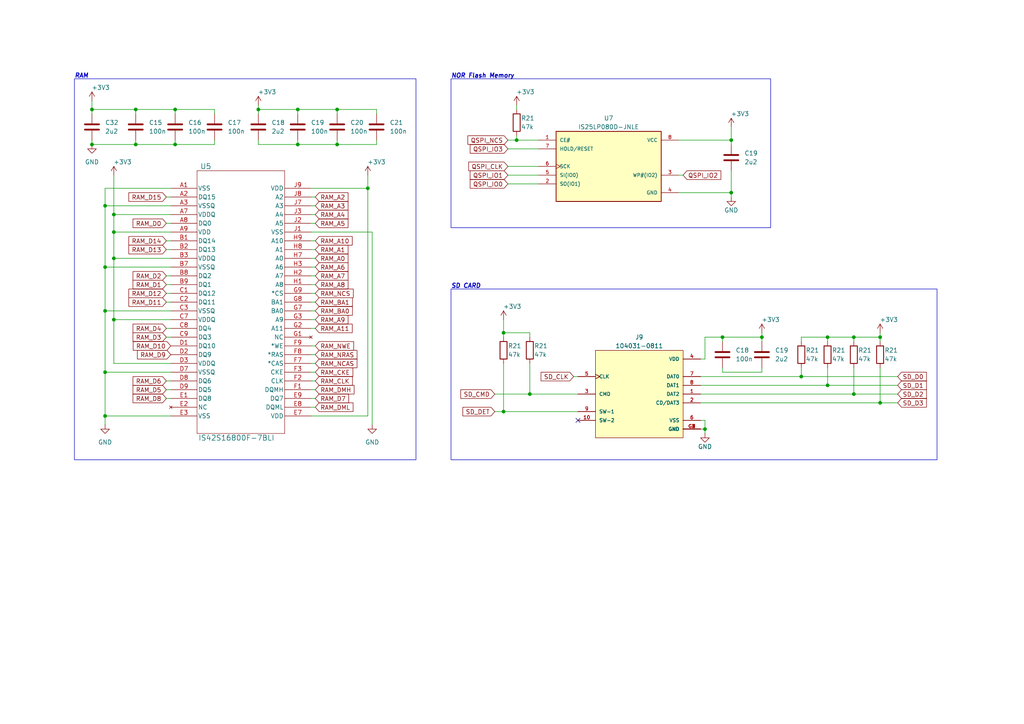
<source format=kicad_sch>
(kicad_sch (version 20230121) (generator eeschema)
  (paper "A4")
  (lib_symbols
    (symbol "Device:C" (pin_numbers hide) (pin_names (offset 0.254))
      (property "Reference" "C" (at 0.635 2.54 0))
      (property "Value" "C" (at 0.635 -2.54 0))
      (symbol "C_0_1"
        (polyline (pts (xy -2.032 -0.762) (xy 2.032 -0.762)) (stroke (width 0.508)))
        (polyline (pts (xy -2.032 0.762) (xy 2.032 0.762)) (stroke (width 0.508)))
      )
      (symbol "C_1_1"
        (pin passive line (at 0 3.81 270) (length 2.794) (name "~") (number "1"))
        (pin passive line (at 0 -3.81 90) (length 2.794) (name "~") (number "2"))
      )
    )
    (symbol "Device:R" (pin_numbers hide) (pin_names (offset 0))
      (property "Reference" "R" (at 2.032 0 90))
      (property "Value" "R" (at 0 0 90))
      (symbol "R_0_1"
        (rectangle (start -1.016 -2.54) (end 1.016 2.54) (stroke (width 0.254)))
      )
      (symbol "R_1_1"
        (pin passive line (at 0 3.81 270) (length 1.27) (name "~") (number "1"))
        (pin passive line (at 0 -3.81 90) (length 1.27) (name "~") (number "2"))
      )
    )
    (symbol "IS25LP080D-JNLE:IS25LP080D-JNLE" (pin_names (offset 1.016))
      (property "Reference" "U" (at -15.2683 10.4334 0))
      (property "Value" "IS25LP080D-JNLE" (at -15.2627 -13.1005 0))
      (symbol "IS25LP080D-JNLE_0_0"
        (rectangle (start -15.24 -10.16) (end 15.24 10.16) (stroke (width 0.254)) (fill (type background)))
        (pin input line (at -20.32 7.62 0) (length 5.08) (name "CE#") (number "1"))
        (pin output line (at -20.32 -5.08 0) (length 5.08) (name "SO(IO1)") (number "2"))
        (pin bidirectional line (at 20.32 -2.54 180) (length 5.08) (name "WP#(IO2)") (number "3"))
        (pin power_in line (at 20.32 -7.62 180) (length 5.08) (name "GND") (number "4"))
        (pin input line (at -20.32 -2.54 0) (length 5.08) (name "SI(IO0)") (number "5"))
        (pin input clock (at -20.32 0 0) (length 5.08) (name "SCK") (number "6"))
        (pin input line (at -20.32 5.08 0) (length 5.08) (name "HOLD/RESET") (number "7"))
        (pin power_in line (at 20.32 7.62 180) (length 5.08) (name "VCC") (number "8"))
      )
    )
    (symbol "IS42S16800F-7BLI:IS42S16800F-7BLI" (pin_names (offset 0.254))
      (property "Reference" "U" (at 20.32 10.16 0))
      (property "Value" "IS42S16800F-7BLI" (at 20.32 7.62 0))
      (symbol "IS42S16800F-7BLI_0_1"
        (polyline (pts (xy 7.62 -71.12) (xy 33.02 -71.12)) (stroke (width 0.127)))
        (polyline (pts (xy 7.62 5.08) (xy 7.62 -71.12)) (stroke (width 0.127)))
        (polyline (pts (xy 33.02 -71.12) (xy 33.02 5.08)) (stroke (width 0.127)))
        (polyline (pts (xy 33.02 5.08) (xy 7.62 5.08)) (stroke (width 0.127)))
        (pin power_out line (at 0 0 0) (length 7.62) (name "VSS") (number "A1"))
        (pin bidirectional line (at 0 -2.54 0) (length 7.62) (name "DQ15") (number "A2"))
        (pin power_out line (at 0 -5.08 0) (length 7.62) (name "VSSQ") (number "A3"))
        (pin power_in line (at 0 -7.62 0) (length 7.62) (name "VDDQ") (number "A7"))
        (pin bidirectional line (at 0 -10.16 0) (length 7.62) (name "DQ0") (number "A8"))
        (pin power_in line (at 0 -12.7 0) (length 7.62) (name "VDD") (number "A9"))
        (pin bidirectional line (at 0 -15.24 0) (length 7.62) (name "DQ14") (number "B1"))
        (pin bidirectional line (at 0 -17.78 0) (length 7.62) (name "DQ13") (number "B2"))
        (pin power_in line (at 0 -20.32 0) (length 7.62) (name "VDDQ") (number "B3"))
        (pin power_out line (at 0 -22.86 0) (length 7.62) (name "VSSQ") (number "B7"))
        (pin bidirectional line (at 0 -25.4 0) (length 7.62) (name "DQ2") (number "B8"))
        (pin bidirectional line (at 0 -27.94 0) (length 7.62) (name "DQ1") (number "B9"))
        (pin bidirectional line (at 0 -30.48 0) (length 7.62) (name "DQ12") (number "C1"))
        (pin bidirectional line (at 0 -33.02 0) (length 7.62) (name "DQ11") (number "C2"))
        (pin power_out line (at 0 -35.56 0) (length 7.62) (name "VSSQ") (number "C3"))
        (pin power_in line (at 0 -38.1 0) (length 7.62) (name "VDDQ") (number "C7"))
        (pin bidirectional line (at 0 -40.64 0) (length 7.62) (name "DQ4") (number "C8"))
        (pin bidirectional line (at 0 -43.18 0) (length 7.62) (name "DQ3") (number "C9"))
        (pin bidirectional line (at 0 -45.72 0) (length 7.62) (name "DQ10") (number "D1"))
        (pin bidirectional line (at 0 -48.26 0) (length 7.62) (name "DQ9") (number "D2"))
        (pin power_in line (at 0 -50.8 0) (length 7.62) (name "VDDQ") (number "D3"))
        (pin power_out line (at 0 -53.34 0) (length 7.62) (name "VSSQ") (number "D7"))
        (pin bidirectional line (at 0 -55.88 0) (length 7.62) (name "DQ6") (number "D8"))
        (pin bidirectional line (at 0 -58.42 0) (length 7.62) (name "DQ5") (number "D9"))
        (pin bidirectional line (at 0 -60.96 0) (length 7.62) (name "DQ8") (number "E1"))
        (pin no_connect line (at 0 -63.5 0) (length 7.62) (name "NC") (number "E2"))
        (pin power_out line (at 0 -66.04 0) (length 7.62) (name "VSS") (number "E3"))
        (pin power_in line (at 40.64 -66.04 180) (length 7.62) (name "VDD") (number "E7"))
        (pin input line (at 40.64 -63.5 180) (length 7.62) (name "DQML") (number "E8"))
        (pin bidirectional line (at 40.64 -60.96 180) (length 7.62) (name "DQ7") (number "E9"))
        (pin input line (at 40.64 -58.42 180) (length 7.62) (name "DQMH") (number "F1"))
        (pin input line (at 40.64 -55.88 180) (length 7.62) (name "CLK") (number "F2"))
        (pin input line (at 40.64 -53.34 180) (length 7.62) (name "CKE") (number "F3"))
        (pin input line (at 40.64 -50.8 180) (length 7.62) (name "*CAS") (number "F7"))
        (pin input line (at 40.64 -48.26 180) (length 7.62) (name "*RAS") (number "F8"))
        (pin input line (at 40.64 -45.72 180) (length 7.62) (name "*WE") (number "F9"))
        (pin no_connect line (at 40.64 -43.18 180) (length 7.62) (name "NC") (number "G1"))
        (pin input line (at 40.64 -40.64 180) (length 7.62) (name "A11") (number "G2"))
        (pin input line (at 40.64 -38.1 180) (length 7.62) (name "A9") (number "G3"))
        (pin input line (at 40.64 -35.56 180) (length 7.62) (name "BA0") (number "G7"))
        (pin input line (at 40.64 -33.02 180) (length 7.62) (name "BA1") (number "G8"))
        (pin input line (at 40.64 -30.48 180) (length 7.62) (name "*CS") (number "G9"))
        (pin input line (at 40.64 -27.94 180) (length 7.62) (name "A8") (number "H1"))
        (pin input line (at 40.64 -25.4 180) (length 7.62) (name "A7") (number "H2"))
        (pin input line (at 40.64 -22.86 180) (length 7.62) (name "A6") (number "H3"))
        (pin input line (at 40.64 -20.32 180) (length 7.62) (name "A0") (number "H7"))
        (pin input line (at 40.64 -17.78 180) (length 7.62) (name "A1") (number "H8"))
        (pin input line (at 40.64 -15.24 180) (length 7.62) (name "A10") (number "H9"))
        (pin power_out line (at 40.64 -12.7 180) (length 7.62) (name "VSS") (number "J1"))
        (pin input line (at 40.64 -10.16 180) (length 7.62) (name "A5") (number "J2"))
        (pin input line (at 40.64 -7.62 180) (length 7.62) (name "A4") (number "J3"))
        (pin input line (at 40.64 -5.08 180) (length 7.62) (name "A3") (number "J7"))
        (pin input line (at 40.64 -2.54 180) (length 7.62) (name "A2") (number "J8"))
        (pin power_in line (at 40.64 0 180) (length 7.62) (name "VDD") (number "J9"))
      )
    )
    (symbol "MOLEX_104031-0811:104031-0811" (pin_names (offset 1.016))
      (property "Reference" "J" (at -12.7 13.462 0))
      (property "Value" "104031-0811" (at -12.7 -15.24 0))
      (symbol "104031-0811_0_0"
        (rectangle (start -12.7 -12.7) (end 12.7 12.7) (stroke (width 0.1524)) (fill (type background)))
        (pin bidirectional line (at 17.78 0 180) (length 5.08) (name "DAT2") (number "1"))
        (pin passive line (at -17.78 -7.62 0) (length 5.08) (name "SW-2") (number "10"))
        (pin bidirectional line (at 17.78 -2.54 180) (length 5.08) (name "CD/DAT3") (number "2"))
        (pin bidirectional line (at -17.78 0 0) (length 5.08) (name "CMD") (number "3"))
        (pin power_in line (at 17.78 10.16 180) (length 5.08) (name "VDD") (number "4"))
        (pin input clock (at -17.78 5.08 0) (length 5.08) (name "CLK") (number "5"))
        (pin power_in line (at 17.78 -7.62 180) (length 5.08) (name "VSS") (number "6"))
        (pin bidirectional line (at 17.78 5.08 180) (length 5.08) (name "DAT0") (number "7"))
        (pin bidirectional line (at 17.78 2.54 180) (length 5.08) (name "DAT1") (number "8"))
        (pin passive line (at -17.78 -5.08 0) (length 5.08) (name "SW-1") (number "9"))
        (pin power_in line (at 17.78 -10.16 180) (length 5.08) (name "GND") (number "G1"))
        (pin power_in line (at 17.78 -10.16 180) (length 5.08) (name "GND") (number "G2"))
        (pin power_in line (at 17.78 -10.16 180) (length 5.08) (name "GND") (number "G3"))
        (pin power_in line (at 17.78 -10.16 180) (length 5.08) (name "GND") (number "G4"))
      )
    )
    (symbol "power:+3V3" (power) (pin_names (offset 0))
      (property "Value" "+3V3" (at 0 3.556 0))
      (symbol "+3V3_0_1"
        (polyline (pts (xy -0.762 1.27) (xy 0 2.54)))
        (polyline (pts (xy 0 0) (xy 0 2.54)))
        (polyline (pts (xy 0 2.54) (xy 0.762 1.27)))
      )
      (symbol "+3V3_1_1"
        (pin power_in line (at 0 0 90) (length 0) hide (name "+3V3") (number "1"))
      )
    )
    (symbol "power:GND" (power) (pin_names (offset 0))
      (property "Value" "GND" (at 0 -3.81 0))
      (symbol "GND_0_1"
        (polyline (pts (xy 0 0) (xy 0 -1.27) (xy 1.27 -1.27) (xy 0 -2.54) (xy -1.27 -1.27) (xy 0 -1.27)))
      )
      (symbol "GND_1_1"
        (pin power_in line (at 0 0 270) (length 0) hide (name "GND") (number "1"))
      )
    )
  )
  (junction (at 255.27 116.84))
  (junction (at 26.67 31.75))
  (junction (at 240.03 111.76))
  (junction (at 30.48 90.17))
  (junction (at 86.36 41.91))
  (junction (at 50.8 31.75))
  (junction (at 146.05 96.52))
  (junction (at 33.02 67.31))
  (junction (at 30.48 107.95))
  (junction (at 209.55 97.79))
  (junction (at 255.27 97.79))
  (junction (at 153.67 114.3))
  (junction (at 86.36 31.75))
  (junction (at 149.86 40.64))
  (junction (at 106.68 54.61))
  (junction (at 30.48 59.69))
  (junction (at 247.65 114.3))
  (junction (at 97.79 41.91))
  (junction (at 33.02 92.71))
  (junction (at 212.09 40.64))
  (junction (at 39.37 41.91))
  (junction (at 212.09 55.88))
  (junction (at 26.67 41.91))
  (junction (at 232.41 109.22))
  (junction (at 30.48 77.47))
  (junction (at 74.93 31.75))
  (junction (at 39.37 31.75))
  (junction (at 146.05 119.38))
  (junction (at 204.47 124.46))
  (junction (at 247.65 97.79))
  (junction (at 220.98 97.79))
  (junction (at 33.02 62.23))
  (junction (at 30.48 120.65))
  (junction (at 50.8 41.91))
  (junction (at 33.02 74.93))
  (junction (at 240.03 97.79))
  (junction (at 97.79 31.75))
  (no_connect (at 167.64 121.92))
  (wire (pts (xy 48.26 115.57) (xy 49.53 115.57)))
  (wire (pts (xy 91.44 74.93) (xy 90.17 74.93)))
  (wire (pts (xy 204.47 104.14) (xy 204.47 97.79)))
  (wire (pts (xy 91.44 77.47) (xy 90.17 77.47)))
  (wire (pts (xy 48.26 97.79) (xy 49.53 97.79)))
  (wire (pts (xy 97.79 41.91) (xy 109.22 41.91)))
  (wire (pts (xy 39.37 40.64) (xy 39.37 41.91)))
  (wire (pts (xy 91.44 92.71) (xy 90.17 92.71)))
  (wire (pts (xy 203.2 104.14) (xy 204.47 104.14)))
  (wire (pts (xy 91.44 57.15) (xy 90.17 57.15)))
  (wire (pts (xy 220.98 96.52) (xy 220.98 97.79)))
  (wire (pts (xy 209.55 97.79) (xy 220.98 97.79)))
  (wire (pts (xy 33.02 105.41) (xy 33.02 92.71)))
  (wire (pts (xy 204.47 121.92) (xy 204.47 124.46)))
  (wire (pts (xy 91.44 87.63) (xy 90.17 87.63)))
  (wire (pts (xy 91.44 69.85) (xy 90.17 69.85)))
  (wire (pts (xy 240.03 97.79) (xy 240.03 99.06)))
  (wire (pts (xy 30.48 59.69) (xy 49.53 59.69)))
  (wire (pts (xy 143.51 119.38) (xy 146.05 119.38)))
  (wire (pts (xy 91.44 113.03) (xy 90.17 113.03)))
  (wire (pts (xy 220.98 106.68) (xy 220.98 107.95)))
  (wire (pts (xy 48.26 80.01) (xy 49.53 80.01)))
  (wire (pts (xy 153.67 97.79) (xy 153.67 96.52)))
  (wire (pts (xy 48.26 69.85) (xy 49.53 69.85)))
  (wire (pts (xy 212.09 36.83) (xy 212.09 40.64)))
  (wire (pts (xy 86.36 31.75) (xy 86.36 33.02)))
  (wire (pts (xy 74.93 31.75) (xy 74.93 33.02)))
  (wire (pts (xy 30.48 90.17) (xy 30.48 107.95)))
  (wire (pts (xy 74.93 30.48) (xy 74.93 31.75)))
  (wire (pts (xy 255.27 97.79) (xy 255.27 99.06)))
  (wire (pts (xy 91.44 80.01) (xy 90.17 80.01)))
  (wire (pts (xy 247.65 97.79) (xy 255.27 97.79)))
  (wire (pts (xy 149.86 30.48) (xy 149.86 31.75)))
  (wire (pts (xy 149.86 40.64) (xy 156.21 40.64)))
  (wire (pts (xy 247.65 114.3) (xy 203.2 114.3)))
  (wire (pts (xy 240.03 106.68) (xy 240.03 111.76)))
  (wire (pts (xy 33.02 67.31) (xy 49.53 67.31)))
  (wire (pts (xy 48.26 85.09) (xy 49.53 85.09)))
  (wire (pts (xy 109.22 31.75) (xy 109.22 33.02)))
  (wire (pts (xy 260.35 116.84) (xy 255.27 116.84)))
  (wire (pts (xy 220.98 97.79) (xy 220.98 99.06)))
  (wire (pts (xy 209.55 97.79) (xy 209.55 99.06)))
  (wire (pts (xy 247.65 97.79) (xy 247.65 99.06)))
  (wire (pts (xy 49.53 90.17) (xy 30.48 90.17)))
  (wire (pts (xy 97.79 40.64) (xy 97.79 41.91)))
  (wire (pts (xy 91.44 100.33) (xy 90.17 100.33)))
  (wire (pts (xy 30.48 59.69) (xy 30.48 77.47)))
  (wire (pts (xy 91.44 118.11) (xy 90.17 118.11)))
  (wire (pts (xy 240.03 97.79) (xy 247.65 97.79)))
  (wire (pts (xy 33.02 74.93) (xy 33.02 67.31)))
  (wire (pts (xy 107.95 67.31) (xy 107.95 123.19)))
  (wire (pts (xy 153.67 105.41) (xy 153.67 114.3)))
  (wire (pts (xy 204.47 97.79) (xy 209.55 97.79)))
  (wire (pts (xy 255.27 106.68) (xy 255.27 116.84)))
  (wire (pts (xy 49.53 107.95) (xy 30.48 107.95)))
  (wire (pts (xy 212.09 57.15) (xy 212.09 55.88)))
  (wire (pts (xy 62.23 31.75) (xy 62.23 33.02)))
  (wire (pts (xy 166.37 109.22) (xy 167.64 109.22)))
  (wire (pts (xy 62.23 31.75) (xy 50.8 31.75)))
  (wire (pts (xy 91.44 85.09) (xy 90.17 85.09)))
  (wire (pts (xy 255.27 116.84) (xy 203.2 116.84)))
  (wire (pts (xy 50.8 31.75) (xy 50.8 33.02)))
  (wire (pts (xy 196.85 55.88) (xy 212.09 55.88)))
  (wire (pts (xy 91.44 64.77) (xy 90.17 64.77)))
  (wire (pts (xy 109.22 31.75) (xy 97.79 31.75)))
  (wire (pts (xy 247.65 106.68) (xy 247.65 114.3)))
  (wire (pts (xy 209.55 107.95) (xy 220.98 107.95)))
  (wire (pts (xy 86.36 31.75) (xy 74.93 31.75)))
  (wire (pts (xy 91.44 115.57) (xy 90.17 115.57)))
  (wire (pts (xy 33.02 74.93) (xy 49.53 74.93)))
  (wire (pts (xy 107.95 67.31) (xy 90.17 67.31)))
  (wire (pts (xy 109.22 40.64) (xy 109.22 41.91)))
  (wire (pts (xy 91.44 110.49) (xy 90.17 110.49)))
  (wire (pts (xy 209.55 106.68) (xy 209.55 107.95)))
  (wire (pts (xy 48.26 113.03) (xy 49.53 113.03)))
  (wire (pts (xy 147.32 50.8) (xy 156.21 50.8)))
  (wire (pts (xy 153.67 96.52) (xy 146.05 96.52)))
  (wire (pts (xy 48.26 64.77) (xy 49.53 64.77)))
  (wire (pts (xy 147.32 48.26) (xy 156.21 48.26)))
  (wire (pts (xy 91.44 82.55) (xy 90.17 82.55)))
  (wire (pts (xy 147.32 53.34) (xy 156.21 53.34)))
  (wire (pts (xy 91.44 90.17) (xy 90.17 90.17)))
  (wire (pts (xy 232.41 97.79) (xy 232.41 99.06)))
  (wire (pts (xy 48.26 82.55) (xy 49.53 82.55)))
  (wire (pts (xy 240.03 111.76) (xy 203.2 111.76)))
  (wire (pts (xy 26.67 29.21) (xy 26.67 31.75)))
  (wire (pts (xy 74.93 40.64) (xy 74.93 41.91)))
  (wire (pts (xy 97.79 31.75) (xy 97.79 33.02)))
  (wire (pts (xy 30.48 77.47) (xy 30.48 90.17)))
  (wire (pts (xy 48.26 72.39) (xy 49.53 72.39)))
  (wire (pts (xy 49.53 77.47) (xy 30.48 77.47)))
  (wire (pts (xy 48.26 110.49) (xy 49.53 110.49)))
  (wire (pts (xy 232.41 109.22) (xy 203.2 109.22)))
  (wire (pts (xy 232.41 106.68) (xy 232.41 109.22)))
  (wire (pts (xy 30.48 107.95) (xy 30.48 120.65)))
  (wire (pts (xy 26.67 41.91) (xy 39.37 41.91)))
  (wire (pts (xy 212.09 41.91) (xy 212.09 40.64)))
  (wire (pts (xy 147.32 40.64) (xy 149.86 40.64)))
  (wire (pts (xy 260.35 109.22) (xy 232.41 109.22)))
  (wire (pts (xy 260.35 114.3) (xy 247.65 114.3)))
  (wire (pts (xy 86.36 40.64) (xy 86.36 41.91)))
  (wire (pts (xy 203.2 124.46) (xy 204.47 124.46)))
  (wire (pts (xy 39.37 31.75) (xy 39.37 33.02)))
  (wire (pts (xy 62.23 40.64) (xy 62.23 41.91)))
  (wire (pts (xy 33.02 92.71) (xy 33.02 74.93)))
  (wire (pts (xy 49.53 105.41) (xy 33.02 105.41)))
  (wire (pts (xy 50.8 40.64) (xy 50.8 41.91)))
  (wire (pts (xy 90.17 120.65) (xy 106.68 120.65)))
  (wire (pts (xy 91.44 72.39) (xy 90.17 72.39)))
  (wire (pts (xy 146.05 92.71) (xy 146.05 96.52)))
  (wire (pts (xy 30.48 120.65) (xy 30.48 123.19)))
  (wire (pts (xy 48.26 87.63) (xy 49.53 87.63)))
  (wire (pts (xy 146.05 96.52) (xy 146.05 97.79)))
  (wire (pts (xy 39.37 41.91) (xy 50.8 41.91)))
  (wire (pts (xy 204.47 124.46) (xy 204.47 125.73)))
  (wire (pts (xy 255.27 96.52) (xy 255.27 97.79)))
  (wire (pts (xy 91.44 95.25) (xy 90.17 95.25)))
  (wire (pts (xy 91.44 105.41) (xy 90.17 105.41)))
  (wire (pts (xy 33.02 62.23) (xy 49.53 62.23)))
  (wire (pts (xy 203.2 121.92) (xy 204.47 121.92)))
  (wire (pts (xy 91.44 107.95) (xy 90.17 107.95)))
  (wire (pts (xy 33.02 62.23) (xy 33.02 50.8)))
  (wire (pts (xy 49.53 54.61) (xy 30.48 54.61)))
  (wire (pts (xy 48.26 95.25) (xy 49.53 95.25)))
  (wire (pts (xy 196.85 40.64) (xy 212.09 40.64)))
  (wire (pts (xy 91.44 59.69) (xy 90.17 59.69)))
  (wire (pts (xy 30.48 54.61) (xy 30.48 59.69)))
  (wire (pts (xy 149.86 39.37) (xy 149.86 40.64)))
  (wire (pts (xy 153.67 114.3) (xy 167.64 114.3)))
  (wire (pts (xy 146.05 119.38) (xy 167.64 119.38)))
  (wire (pts (xy 106.68 120.65) (xy 106.68 54.61)))
  (wire (pts (xy 33.02 67.31) (xy 33.02 62.23)))
  (wire (pts (xy 91.44 102.87) (xy 90.17 102.87)))
  (wire (pts (xy 39.37 31.75) (xy 26.67 31.75)))
  (wire (pts (xy 97.79 31.75) (xy 86.36 31.75)))
  (wire (pts (xy 91.44 62.23) (xy 90.17 62.23)))
  (wire (pts (xy 198.12 50.8) (xy 196.85 50.8)))
  (wire (pts (xy 26.67 31.75) (xy 26.67 33.02)))
  (wire (pts (xy 74.93 41.91) (xy 86.36 41.91)))
  (wire (pts (xy 146.05 105.41) (xy 146.05 119.38)))
  (wire (pts (xy 147.32 43.18) (xy 156.21 43.18)))
  (wire (pts (xy 106.68 50.8) (xy 106.68 54.61)))
  (wire (pts (xy 50.8 31.75) (xy 39.37 31.75)))
  (wire (pts (xy 260.35 111.76) (xy 240.03 111.76)))
  (wire (pts (xy 33.02 92.71) (xy 49.53 92.71)))
  (wire (pts (xy 50.8 41.91) (xy 62.23 41.91)))
  (wire (pts (xy 30.48 120.65) (xy 49.53 120.65)))
  (wire (pts (xy 232.41 97.79) (xy 240.03 97.79)))
  (wire (pts (xy 212.09 55.88) (xy 212.09 49.53)))
  (wire (pts (xy 106.68 54.61) (xy 90.17 54.61)))
  (wire (pts (xy 86.36 41.91) (xy 97.79 41.91)))
  (wire (pts (xy 143.51 114.3) (xy 153.67 114.3)))
  (wire (pts (xy 26.67 40.64) (xy 26.67 41.91)))
  (wire (pts (xy 48.26 57.15) (xy 49.53 57.15)))
  (rectangle (start 130.81 22.86) (end 223.52 66.04))
  (rectangle (start 130.81 83.82) (end 271.78 133.35))
  (rectangle (start 21.59 22.86) (end 120.65 133.35))
  (text "RAM" (at 21.59 22.86 0) (effects (font (size 1.27 1.27) bold italic) (justify left bottom)))
  (text "NOR Flash Memory" (at 130.81 22.86 0) (effects (font (size 1.27 1.27) bold italic) (justify left bottom)))
  (text "SD CARD" (at 130.81 83.82 0) (effects (font (size 1.27 1.27) bold italic) (justify left bottom)))
  (global_label "QSPI_CLK" (shape input) (at 147.32 48.26 180) (property "Intersheetrefs" "${INTERSHEET_REFS}" (effects hide)))
  (global_label "RAM_D4" (shape input) (at 48.26 95.25 180) (property "Intersheetrefs" "${INTERSHEET_REFS}" (effects hide)))
  (global_label "QSPI_IO1" (shape input) (at 147.32 50.8 180) (property "Intersheetrefs" "${INTERSHEET_REFS}" (effects hide)))
  (global_label "RAM_D3" (shape input) (at 48.26 97.79 180) (property "Intersheetrefs" "${INTERSHEET_REFS}" (effects hide)))
  (global_label "RAM_BA1" (shape input) (at 91.44 87.63 0) (property "Intersheetrefs" "${INTERSHEET_REFS}" (effects hide)))
  (global_label "RAM_A0" (shape input) (at 91.44 74.93 0) (property "Intersheetrefs" "${INTERSHEET_REFS}" (effects hide)))
  (global_label "QSPI_NCS" (shape input) (at 147.32 40.64 180) (property "Intersheetrefs" "${INTERSHEET_REFS}" (effects hide)))
  (global_label "SD_CLK" (shape input) (at 166.37 109.22 180) (property "Intersheetrefs" "${INTERSHEET_REFS}" (effects hide)))
  (global_label "RAM_D15" (shape input) (at 48.26 57.15 180) (property "Intersheetrefs" "${INTERSHEET_REFS}" (effects hide)))
  (global_label "RAM_D7" (shape input) (at 91.44 115.57 0) (property "Intersheetrefs" "${INTERSHEET_REFS}" (effects hide)))
  (global_label "RAM_DMH" (shape input) (at 91.44 113.03 0) (property "Intersheetrefs" "${INTERSHEET_REFS}" (effects hide)))
  (global_label "RAM_A4" (shape input) (at 91.44 62.23 0) (property "Intersheetrefs" "${INTERSHEET_REFS}" (effects hide)))
  (global_label "RAM_D14" (shape input) (at 48.26 69.85 180) (property "Intersheetrefs" "${INTERSHEET_REFS}" (effects hide)))
  (global_label "RAM_NCAS" (shape input) (at 91.44 105.41 0) (property "Intersheetrefs" "${INTERSHEET_REFS}" (effects hide)))
  (global_label "RAM_A8" (shape input) (at 91.44 82.55 0) (property "Intersheetrefs" "${INTERSHEET_REFS}" (effects hide)))
  (global_label "RAM_D6" (shape input) (at 48.26 110.49 180) (property "Intersheetrefs" "${INTERSHEET_REFS}" (effects hide)))
  (global_label "RAM_D12" (shape input) (at 48.26 85.09 180) (property "Intersheetrefs" "${INTERSHEET_REFS}" (effects hide)))
  (global_label "SD_D2" (shape input) (at 260.35 114.3 0) (property "Intersheetrefs" "${INTERSHEET_REFS}" (effects hide)))
  (global_label "SD_D1" (shape input) (at 260.35 111.76 0) (property "Intersheetrefs" "${INTERSHEET_REFS}" (effects hide)))
  (global_label "RAM_D11" (shape input) (at 48.26 87.63 180) (property "Intersheetrefs" "${INTERSHEET_REFS}" (effects hide)))
  (global_label "RAM_BA0" (shape input) (at 91.44 90.17 0) (property "Intersheetrefs" "${INTERSHEET_REFS}" (effects hide)))
  (global_label "RAM_A2" (shape input) (at 91.44 57.15 0) (property "Intersheetrefs" "${INTERSHEET_REFS}" (effects hide)))
  (global_label "RAM_A11" (shape input) (at 91.44 95.25 0) (property "Intersheetrefs" "${INTERSHEET_REFS}" (effects hide)))
  (global_label "SD_DET" (shape input) (at 143.51 119.38 180) (property "Intersheetrefs" "${INTERSHEET_REFS}" (effects hide)))
  (global_label "RAM_D2" (shape input) (at 48.26 80.01 180) (property "Intersheetrefs" "${INTERSHEET_REFS}" (effects hide)))
  (global_label "RAM_A10" (shape input) (at 91.44 69.85 0) (property "Intersheetrefs" "${INTERSHEET_REFS}" (effects hide)))
  (global_label "RAM_NRAS" (shape input) (at 91.44 102.87 0) (property "Intersheetrefs" "${INTERSHEET_REFS}" (effects hide)))
  (global_label "RAM_D13" (shape input) (at 48.26 72.39 180) (property "Intersheetrefs" "${INTERSHEET_REFS}" (effects hide)))
  (global_label "RAM_D5" (shape input) (at 48.26 113.03 180) (property "Intersheetrefs" "${INTERSHEET_REFS}" (effects hide)))
  (global_label "RAM_A6" (shape input) (at 91.44 77.47 0) (property "Intersheetrefs" "${INTERSHEET_REFS}" (effects hide)))
  (global_label "QSPI_IO2" (shape input) (at 198.12 50.8 0) (property "Intersheetrefs" "${INTERSHEET_REFS}" (effects hide)))
  (global_label "RAM_D10" (shape input) (at 49.53 100.33 180) (property "Intersheetrefs" "${INTERSHEET_REFS}" (effects hide)))
  (global_label "RAM_DML" (shape input) (at 91.44 118.11 0) (property "Intersheetrefs" "${INTERSHEET_REFS}" (effects hide)))
  (global_label "RAM_D8" (shape input) (at 48.26 115.57 180) (property "Intersheetrefs" "${INTERSHEET_REFS}" (effects hide)))
  (global_label "RAM_D1" (shape input) (at 48.26 82.55 180) (property "Intersheetrefs" "${INTERSHEET_REFS}" (effects hide)))
  (global_label "SD_D0" (shape input) (at 260.35 109.22 0) (property "Intersheetrefs" "${INTERSHEET_REFS}" (effects hide)))
  (global_label "RAM_NCS" (shape input) (at 91.44 85.09 0) (property "Intersheetrefs" "${INTERSHEET_REFS}" (effects hide)))
  (global_label "RAM_A7" (shape input) (at 91.44 80.01 0) (property "Intersheetrefs" "${INTERSHEET_REFS}" (effects hide)))
  (global_label "RAM_NWE" (shape input) (at 91.44 100.33 0) (property "Intersheetrefs" "${INTERSHEET_REFS}" (effects hide)))
  (global_label "RAM_A3" (shape input) (at 91.44 59.69 0) (property "Intersheetrefs" "${INTERSHEET_REFS}" (effects hide)))
  (global_label "SD_CMD" (shape input) (at 143.51 114.3 180) (property "Intersheetrefs" "${INTERSHEET_REFS}" (effects hide)))
  (global_label "RAM_D0" (shape input) (at 48.26 64.77 180) (property "Intersheetrefs" "${INTERSHEET_REFS}" (effects hide)))
  (global_label "RAM_A1" (shape input) (at 91.44 72.39 0) (property "Intersheetrefs" "${INTERSHEET_REFS}" (effects hide)))
  (global_label "RAM_A5" (shape input) (at 91.44 64.77 0) (property "Intersheetrefs" "${INTERSHEET_REFS}" (effects hide)))
  (global_label "SD_D3" (shape input) (at 260.35 116.84 0) (property "Intersheetrefs" "${INTERSHEET_REFS}" (effects hide)))
  (global_label "RAM_CLK" (shape input) (at 91.44 110.49 0) (property "Intersheetrefs" "${INTERSHEET_REFS}" (effects hide)))
  (global_label "RAM_CKE" (shape input) (at 91.44 107.95 0) (property "Intersheetrefs" "${INTERSHEET_REFS}" (effects hide)))
  (global_label "QSPI_IO0" (shape input) (at 147.32 53.34 180) (property "Intersheetrefs" "${INTERSHEET_REFS}" (effects hide)))
  (global_label "QSPI_IO3" (shape input) (at 147.32 43.18 180) (property "Intersheetrefs" "${INTERSHEET_REFS}" (effects hide)))
  (global_label "RAM_D9" (shape input) (at 49.53 102.87 180) (property "Intersheetrefs" "${INTERSHEET_REFS}" (effects hide)))
  (global_label "RAM_A9" (shape input) (at 91.44 92.71 0) (property "Intersheetrefs" "${INTERSHEET_REFS}" (effects hide)))
  (symbol (lib_id "power:GND") (at 204.47 125.73 0) (unit 1)
    (property "Reference" "#PWR052" (effects hide))
    (property "Value" "GND" (at 204.47 129.54 0))
  )
  (symbol (lib_id "power:+3V3") (at 106.68 50.8 0) (unit 1)
    (property "Reference" "#PWR023" (effects hide))
    (property "Value" "+3V3" (at 109.22 46.99 0))
    (instances (project "dsp-tb" (path "" (reference "#PWR023") (unit 1)) (path "" (reference "#PWR048") (unit 1))))
  )
  (symbol (lib_id "Device:C") (at 50.8 36.83 0) (unit 1)
    (property "Reference" "C16" (at 54.61 35.56 0) (effects (justify left)))
    (property "Value" "100n" (at 54.61 38.1 0) (effects (justify left)))
    (property "Footprint" "Capacitor_SMD:C_0402_1005Metric" (effects hide))
    (instances (project "dsp-tb" (path "" (reference "C16") (unit 1)) (path "" (reference "C43") (unit 1))))
  )
  (symbol (lib_id "IS25LP080D-JNLE:IS25LP080D-JNLE") (at 176.53 48.26 0) (unit 1)
    (property "Reference" "U7" (at 176.53 34.29 0))
    (property "Value" "IS25LP080D-JNLE" (at 176.53 36.83 0))
    (property "Footprint" "footprints:SOIC127P600X88-8N" (effects hide))
    (property "MF" "ISSI, Integrated" (effects hide))
    (property "SNAPEDA_PACKAGE_ID" "11824" (effects hide))
    (property "PACKAGE" "SOIC-8" (effects hide))
    (property "Price" "None" (effects hide))
    (property "Package" "SOP-8 ISSI" (effects hide))
    (property "Check_prices" "https://www.snapeda.com/parts/IS25LP080D-JNLE-TR/ISSI%252C+Integrated+Silicon+Solution+Inc/view-part/?ref=eda" (effects hide))
    (property "SnapEDA_Link" "https://www.snapeda.com/parts/IS25LP080D-JNLE-TR/ISSI%252C+Integrated+Silicon+Solution+Inc/view-part/?ref=snap" (effects hide))
    (property "MP" "IS25LP080D-JNLE-TR" (effects hide))
    (property "Purchase-URL" "https://pricing.snapeda.com/search?q=IS25LP080D-JNLE-TR&ref=eda" (effects hide))
    (property "Availability" "In Stock" (effects hide))
    (property "Description" "\nFLASH - NOR Memory IC 8Mb (1M x 8) SPI - Quad I/O, QPI, DTR 133 MHz 8-SOIC\n" (effects hide))
  )
  (symbol (lib_id "Device:C") (at 109.22 36.83 0) (unit 1)
    (property "Reference" "C21" (at 113.03 35.56 0) (effects (justify left)))
    (property "Value" "100n" (at 113.03 38.1 0) (effects (justify left)))
    (property "Footprint" "Capacitor_SMD:C_0402_1005Metric" (effects hide))
    (instances (project "dsp-tb" (path "" (reference "C21") (unit 1)) (path "" (reference "C48") (unit 1))))
  )
  (symbol (lib_id "power:+3V3") (at 74.93 30.48 0) (unit 1)
    (property "Reference" "#PWR023" (effects hide))
    (property "Value" "+3V3" (at 77.47 26.67 0))
    (instances (project "dsp-tb" (path "" (reference "#PWR023") (unit 1)) (path "" (reference "#PWR047") (unit 1))))
  )
  (symbol (lib_id "power:+3V3") (at 220.98 96.52 0) (unit 1)
    (property "Reference" "#PWR023" (effects hide))
    (property "Value" "+3V3" (at 223.52 92.71 0))
    (instances (project "dsp-tb" (path "" (reference "#PWR023") (unit 1)) (path "" (reference "#PWR051") (unit 1))))
  )
  (symbol (lib_id "Device:C") (at 97.79 36.83 0) (unit 1)
    (property "Reference" "C20" (at 101.6 35.56 0) (effects (justify left)))
    (property "Value" "100n" (at 101.6 38.1 0) (effects (justify left)))
    (property "Footprint" "Capacitor_SMD:C_0402_1005Metric" (effects hide))
    (instances (project "dsp-tb" (path "" (reference "C20") (unit 1)) (path "" (reference "C47") (unit 1))))
  )
  (symbol (lib_id "IS42S16800F-7BLI:IS42S16800F-7BLI") (at 49.53 54.61 0) (unit 1)
    (property "Reference" "U5" (at 59.69 48.26 0) (effects (font (size 1.524 1.524))))
    (property "Value" "IS42S16800F-7BLI" (at 68.58 127 0) (effects (font (size 1.524 1.524))))
    (property "Footprint" "footprints:BGA54C80P9X9_800X800X120" (effects hide))
    (property "Datasheet" "IS42S16800F-7BLI" (effects hide))
  )
  (symbol (lib_id "Device:C") (at 212.09 45.72 0) (unit 1)
    (property "Reference" "C19" (at 215.9 44.45 0) (effects (justify left)))
    (property "Value" "2u2" (at 215.9 46.99 0) (effects (justify left)))
    (property "Footprint" "Capacitor_SMD:C_0402_1005Metric" (effects hide))
    (instances (project "dsp-tb" (path "" (reference "C19") (unit 1)) (path "" (reference "C51") (unit 1))))
  )
  (symbol (lib_id "Device:R") (at 153.67 101.6 0) (unit 1)
    (property "Reference" "R21" (at 154.94 100.33 0) (effects (justify left)))
    (property "Value" "47k" (at 154.94 102.87 0) (effects (justify left)))
    (property "Footprint" "Resistor_SMD:R_0402_1005Metric" (effects hide))
    (instances (project "dsp-tb" (path "" (reference "R21") (unit 1)) (path "" (reference "R29") (unit 1))))
  )
  (symbol (lib_id "Device:R") (at 255.27 102.87 0) (unit 1)
    (property "Reference" "R21" (at 256.54 101.6 0) (effects (justify left)))
    (property "Value" "47k" (at 256.54 104.14 0) (effects (justify left)))
    (property "Footprint" "Resistor_SMD:R_0402_1005Metric" (effects hide))
    (instances (project "dsp-tb" (path "" (reference "R21") (unit 1)) (path "" (reference "R27") (unit 1))))
  )
  (symbol (lib_id "Device:C") (at 209.55 102.87 0) (unit 1)
    (property "Reference" "C18" (at 213.36 101.6 0) (effects (justify left)))
    (property "Value" "100n" (at 213.36 104.14 0) (effects (justify left)))
    (property "Footprint" "Capacitor_SMD:C_0402_1005Metric" (effects hide))
    (instances (project "dsp-tb" (path "" (reference "C18") (unit 1)) (path "" (reference "C49") (unit 1))))
  )
  (symbol (lib_id "power:+3V3") (at 212.09 36.83 0) (unit 1)
    (property "Reference" "#PWR023" (effects hide))
    (property "Value" "+3V3" (at 214.63 33.02 0))
    (instances (project "dsp-tb" (path "" (reference "#PWR023") (unit 1)) (path "" (reference "#PWR056") (unit 1))))
  )
  (symbol (lib_id "Device:R") (at 232.41 102.87 0) (unit 1)
    (property "Reference" "R21" (at 233.68 101.6 0) (effects (justify left)))
    (property "Value" "47k" (at 233.68 104.14 0) (effects (justify left)))
    (property "Footprint" "Resistor_SMD:R_0402_1005Metric" (effects hide))
    (instances (project "dsp-tb" (path "" (reference "R21") (unit 1)) (path "" (reference "R24") (unit 1))))
  )
  (symbol (lib_id "Device:R") (at 240.03 102.87 0) (unit 1)
    (property "Reference" "R21" (at 241.3 101.6 0) (effects (justify left)))
    (property "Value" "47k" (at 241.3 104.14 0) (effects (justify left)))
    (property "Footprint" "Resistor_SMD:R_0402_1005Metric" (effects hide))
    (instances (project "dsp-tb" (path "" (reference "R21") (unit 1)) (path "" (reference "R25") (unit 1))))
  )
  (symbol (lib_id "Device:C") (at 62.23 36.83 0) (unit 1)
    (property "Reference" "C17" (at 66.04 35.56 0) (effects (justify left)))
    (property "Value" "100n" (at 66.04 38.1 0) (effects (justify left)))
    (property "Footprint" "Capacitor_SMD:C_0402_1005Metric" (effects hide))
    (instances (project "dsp-tb" (path "" (reference "C17") (unit 1)) (path "" (reference "C44") (unit 1))))
  )
  (symbol (lib_id "power:+3V3") (at 146.05 92.71 0) (unit 1)
    (property "Reference" "#PWR023" (effects hide))
    (property "Value" "+3V3" (at 148.59 88.9 0))
    (instances (project "dsp-tb" (path "" (reference "#PWR023") (unit 1)) (path "" (reference "#PWR053") (unit 1))))
  )
  (symbol (lib_id "Device:C") (at 220.98 102.87 0) (unit 1)
    (property "Reference" "C19" (at 224.79 101.6 0) (effects (justify left)))
    (property "Value" "2u2" (at 224.79 104.14 0) (effects (justify left)))
    (property "Footprint" "Capacitor_SMD:C_0402_1005Metric" (effects hide))
    (instances (project "dsp-tb" (path "" (reference "C19") (unit 1)) (path "" (reference "C50") (unit 1))))
  )
  (symbol (lib_id "power:GND") (at 212.09 57.15 0) (unit 1)
    (property "Reference" "#PWR057" (effects hide))
    (property "Value" "GND" (at 212.09 60.96 0))
  )
  (symbol (lib_id "Device:R") (at 149.86 35.56 0) (unit 1)
    (property "Reference" "R21" (at 151.13 34.29 0) (effects (justify left)))
    (property "Value" "47k" (at 151.13 36.83 0) (effects (justify left)))
    (property "Footprint" "Resistor_SMD:R_0402_1005Metric" (effects hide))
    (instances (project "dsp-tb" (path "" (reference "R21") (unit 1)) (path "" (reference "R30") (unit 1))))
  )
  (symbol (lib_id "Device:C") (at 26.67 36.83 0) (unit 1)
    (property "Reference" "C32" (at 30.48 35.56 0) (effects (justify left)))
    (property "Value" "2u2" (at 30.48 38.1 0) (effects (justify left)))
    (property "Footprint" "Capacitor_SMD:C_0402_1005Metric" (effects hide))
    (instances (project "dsp-tb" (path "" (reference "C32") (unit 1)) (path "" (reference "C41") (unit 1))))
  )
  (symbol (lib_id "Device:C") (at 74.93 36.83 0) (unit 1)
    (property "Reference" "C18" (at 78.74 35.56 0) (effects (justify left)))
    (property "Value" "2u2" (at 78.74 38.1 0) (effects (justify left)))
    (property "Footprint" "Capacitor_SMD:C_0402_1005Metric" (effects hide))
    (instances (project "dsp-tb" (path "" (reference "C18") (unit 1)) (path "" (reference "C45") (unit 1))))
  )
  (symbol (lib_id "MOLEX_104031-0811:104031-0811") (at 185.42 114.3 0) (unit 1)
    (property "Reference" "J9" (at 185.42 97.79 0))
    (property "Value" "104031-0811" (at 185.42 100.33 0))
    (property "Footprint" "footprints:MOLEX_104031-0811" (effects hide))
    (property "MF" "Molex" (effects hide))
    (property "MAXIMUM_PACKAGE_HEIGHT" "1.57mm" (effects hide))
    (property "Package" "None" (effects hide))
    (property "Price" "None" (effects hide))
    (property "Check_prices" "https://www.snapeda.com/parts/104031-0811/Molex/view-part/?ref=eda" (effects hide))
    (property "STANDARD" "Manufacturer Recommendations" (effects hide))
    (property "PARTREV" "B2" (effects hide))
    (property "SnapEDA_Link" "https://www.snapeda.com/parts/104031-0811/Molex/view-part/?ref=snap" (effects hide))
    (property "MP" "104031-0811" (effects hide))
    (property "Description" "\n10 (8 + 2) Position Card Connector Secure Digital - microSD™ Surface Mount, Right Angle Gold\n" (effects hide))
    (property "Availability" "In Stock" (effects hide))
    (property "MANUFACTURER" "Molex" (effects hide))
  )
  (symbol (lib_id "power:+3V3") (at 255.27 96.52 0) (unit 1)
    (property "Reference" "#PWR023" (effects hide))
    (property "Value" "+3V3" (at 257.81 92.71 0))
    (instances (project "dsp-tb" (path "" (reference "#PWR023") (unit 1)) (path "" (reference "#PWR054") (unit 1))))
  )
  (symbol (lib_id "power:+3V3") (at 26.67 29.21 0) (unit 1)
    (property "Reference" "#PWR023" (effects hide))
    (property "Value" "+3V3" (at 29.21 25.4 0))
    (instances (project "dsp-tb" (path "" (reference "#PWR023") (unit 1)) (path "" (reference "#PWR045") (unit 1))))
  )
  (symbol (lib_id "power:+3V3") (at 33.02 50.8 0) (unit 1)
    (property "Reference" "#PWR023" (effects hide))
    (property "Value" "+3V3" (at 35.56 46.99 0))
    (instances (project "dsp-tb" (path "" (reference "#PWR023") (unit 1)) (path "" (reference "#PWR050") (unit 1))))
  )
  (symbol (lib_id "Device:C") (at 39.37 36.83 0) (unit 1)
    (property "Reference" "C15" (at 43.18 35.56 0) (effects (justify left)))
    (property "Value" "100n" (at 43.18 38.1 0) (effects (justify left)))
    (property "Footprint" "Capacitor_SMD:C_0402_1005Metric" (effects hide))
    (instances (project "dsp-tb" (path "" (reference "C15") (unit 1)) (path "" (reference "C42") (unit 1))))
  )
  (symbol (lib_id "power:GND") (at 26.67 41.91 0) (unit 1)
    (property "Reference" "#PWR022" (effects hide))
    (property "Value" "GND" (at 26.67 46.99 0))
    (instances (project "dsp-tb" (path "" (reference "#PWR022") (unit 1)) (path "" (reference "#PWR046") (unit 1))))
  )
  (symbol (lib_id "Device:R") (at 247.65 102.87 0) (unit 1)
    (property "Reference" "R21" (at 248.92 101.6 0) (effects (justify left)))
    (property "Value" "47k" (at 248.92 104.14 0) (effects (justify left)))
    (property "Footprint" "Resistor_SMD:R_0402_1005Metric" (effects hide))
    (instances (project "dsp-tb" (path "" (reference "R21") (unit 1)) (path "" (reference "R26") (unit 1))))
  )
  (symbol (lib_id "power:GND") (at 30.48 123.19 0) (unit 1)
    (property "Reference" "#PWR049" (effects hide))
    (property "Value" "GND" (at 30.48 128.27 0))
  )
  (symbol (lib_id "Device:R") (at 146.05 101.6 0) (unit 1)
    (property "Reference" "R21" (at 147.32 100.33 0) (effects (justify left)))
    (property "Value" "47k" (at 147.32 102.87 0) (effects (justify left)))
    (property "Footprint" "Resistor_SMD:R_0402_1005Metric" (effects hide))
    (instances (project "dsp-tb" (path "" (reference "R21") (unit 1)) (path "" (reference "R28") (unit 1))))
  )
  (symbol (lib_id "Device:C") (at 86.36 36.83 0) (unit 1)
    (property "Reference" "C19" (at 90.17 35.56 0) (effects (justify left)))
    (property "Value" "100n" (at 90.17 38.1 0) (effects (justify left)))
    (property "Footprint" "Capacitor_SMD:C_0402_1005Metric" (effects hide))
    (instances (project "dsp-tb" (path "" (reference "C19") (unit 1)) (path "" (reference "C46") (unit 1))))
  )
  (symbol (lib_id "power:+3V3") (at 149.86 30.48 0) (unit 1)
    (property "Reference" "#PWR023" (effects hide))
    (property "Value" "+3V3" (at 152.4 26.67 0))
    (instances (project "dsp-tb" (path "" (reference "#PWR023") (unit 1)) (path "" (reference "#PWR055") (unit 1))))
  )
  (symbol (lib_id "power:GND") (at 107.95 123.19 0) (unit 1)
    (property "Reference" "#PWR044" (effects hide))
    (property "Value" "GND" (at 107.95 128.27 0))
  )
)
</source>
